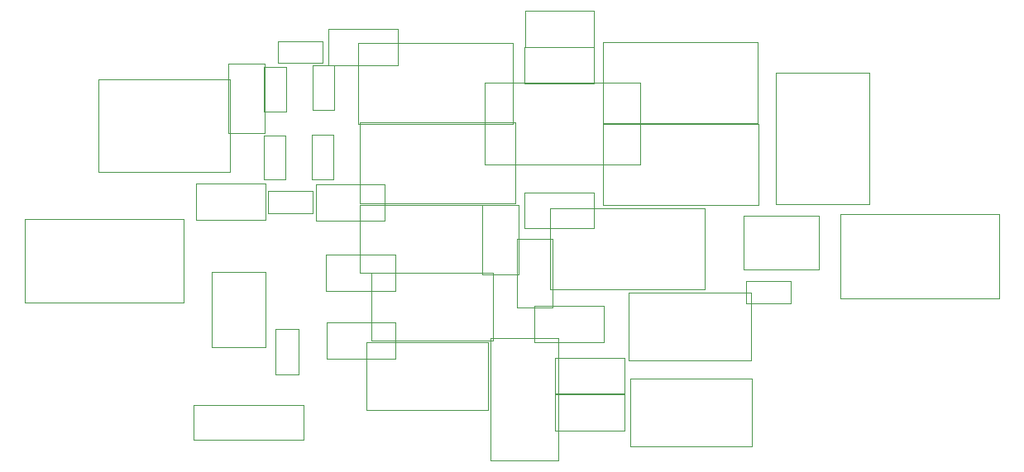
<source format=gbr>
%TF.GenerationSoftware,KiCad,Pcbnew,7.0.1*%
%TF.CreationDate,2023-11-10T11:44:35+00:00*%
%TF.ProjectId,Filter,46696c74-6572-42e6-9b69-6361645f7063,rev?*%
%TF.SameCoordinates,Original*%
%TF.FileFunction,Other,User*%
%FSLAX45Y45*%
G04 Gerber Fmt 4.5, Leading zero omitted, Abs format (unit mm)*
G04 Created by KiCad (PCBNEW 7.0.1) date 2023-11-10 11:44:35*
%MOMM*%
%LPD*%
G01*
G04 APERTURE LIST*
%ADD10C,0.050000*%
G04 APERTURE END LIST*
D10*
%TO.C,L7*%
X14516000Y-8894000D02*
X14516000Y-9592000D01*
X14516000Y-9592000D02*
X15766000Y-9592000D01*
X15766000Y-8894000D02*
X14516000Y-8894000D01*
X15766000Y-9592000D02*
X15766000Y-8894000D01*
%TO.C,L8*%
X15648000Y-8895000D02*
X15648000Y-8197000D01*
X15648000Y-8197000D02*
X14398000Y-8197000D01*
X14398000Y-8895000D02*
X15648000Y-8895000D01*
X14398000Y-8197000D02*
X14398000Y-8895000D01*
%TO.C,R10*%
X13904750Y-7940500D02*
X13904750Y-7484500D01*
X14128750Y-7940500D02*
X13904750Y-7940500D01*
X13904750Y-7484500D02*
X14128750Y-7484500D01*
X14128750Y-7484500D02*
X14128750Y-7940500D01*
%TO.C,C15*%
X13769375Y-9472500D02*
X13769375Y-9932500D01*
X13539375Y-9472500D02*
X13769375Y-9472500D01*
X13769375Y-9932500D02*
X13539375Y-9932500D01*
X13539375Y-9932500D02*
X13539375Y-9472500D01*
%TO.C,C7*%
X16374000Y-8543000D02*
X16004000Y-8543000D01*
X16004000Y-8543000D02*
X16004000Y-9253000D01*
X16374000Y-9253000D02*
X16374000Y-8543000D01*
X16004000Y-9253000D02*
X16374000Y-9253000D01*
%TO.C,R7*%
X14137000Y-6768000D02*
X14137000Y-7224000D01*
X13913000Y-6768000D02*
X14137000Y-6768000D01*
X14137000Y-7224000D02*
X13913000Y-7224000D01*
X13913000Y-7224000D02*
X13913000Y-6768000D01*
%TO.C,J1*%
X10968000Y-9200000D02*
X12598000Y-9200000D01*
X10968000Y-9200000D02*
X10968000Y-8340000D01*
X12598000Y-8340000D02*
X12598000Y-9200000D01*
X12598000Y-8340000D02*
X10968000Y-8340000D01*
%TO.C,C6*%
X13946000Y-7991000D02*
X13946000Y-8361000D01*
X13946000Y-8361000D02*
X14656000Y-8361000D01*
X14656000Y-7991000D02*
X13946000Y-7991000D01*
X14656000Y-8361000D02*
X14656000Y-7991000D01*
%TO.C,C9*%
X14055000Y-8708000D02*
X14055000Y-9078000D01*
X14055000Y-9078000D02*
X14765000Y-9078000D01*
X14765000Y-8708000D02*
X14055000Y-8708000D01*
X14765000Y-9078000D02*
X14765000Y-8708000D01*
%TO.C,C17*%
X18354000Y-8976000D02*
X18814000Y-8976000D01*
X18354000Y-9206000D02*
X18354000Y-8976000D01*
X18814000Y-8976000D02*
X18814000Y-9206000D01*
X18814000Y-9206000D02*
X18354000Y-9206000D01*
%TO.C,C13*%
X16399000Y-9764000D02*
X16399000Y-10134000D01*
X16399000Y-10134000D02*
X17109000Y-10134000D01*
X17109000Y-9764000D02*
X16399000Y-9764000D01*
X17109000Y-10134000D02*
X17109000Y-9764000D01*
%TO.C,U2*%
X19095750Y-8859500D02*
X19095750Y-8309500D01*
X19095750Y-8309500D02*
X18325750Y-8309500D01*
X18325750Y-8859500D02*
X19095750Y-8859500D01*
X18325750Y-8309500D02*
X18325750Y-8859500D01*
%TO.C,C14*%
X16396000Y-10142000D02*
X16396000Y-10512000D01*
X16396000Y-10512000D02*
X17106000Y-10512000D01*
X17106000Y-10142000D02*
X16396000Y-10142000D01*
X17106000Y-10512000D02*
X17106000Y-10142000D01*
%TO.C,T2*%
X19611000Y-6842000D02*
X18661000Y-6842000D01*
X19611000Y-6842000D02*
X19611000Y-8192000D01*
X18661000Y-8192000D02*
X18661000Y-6842000D01*
X18661000Y-8192000D02*
X19611000Y-8192000D01*
%TO.C,C2*%
X14081000Y-6398000D02*
X14081000Y-6768000D01*
X14081000Y-6768000D02*
X14791000Y-6768000D01*
X14791000Y-6398000D02*
X14081000Y-6398000D01*
X14791000Y-6768000D02*
X14791000Y-6398000D01*
%TO.C,R5*%
X13562250Y-6520750D02*
X14018250Y-6520750D01*
X13562250Y-6744750D02*
X13562250Y-6520750D01*
X14018250Y-6520750D02*
X14018250Y-6744750D01*
X14018250Y-6744750D02*
X13562250Y-6744750D01*
%TO.C,J4*%
X20945000Y-8297000D02*
X19315000Y-8297000D01*
X20945000Y-8297000D02*
X20945000Y-9157000D01*
X19315000Y-9157000D02*
X19315000Y-8297000D01*
X19315000Y-9157000D02*
X20945000Y-9157000D01*
%TO.C,L1*%
X14378000Y-6541000D02*
X14378000Y-7371000D01*
X14378000Y-7371000D02*
X15969000Y-7371000D01*
X15969000Y-6541000D02*
X14378000Y-6541000D01*
X15969000Y-7371000D02*
X15969000Y-6541000D01*
%TO.C,L2*%
X15677500Y-6951000D02*
X15677500Y-7781000D01*
X15677500Y-7781000D02*
X17268500Y-7781000D01*
X17268500Y-6951000D02*
X15677500Y-6951000D01*
X17268500Y-7781000D02*
X17268500Y-6951000D01*
%TO.C,C4*%
X16086000Y-6584000D02*
X16086000Y-6954000D01*
X16086000Y-6954000D02*
X16796000Y-6954000D01*
X16796000Y-6584000D02*
X16086000Y-6584000D01*
X16796000Y-6954000D02*
X16796000Y-6584000D01*
%TO.C,J3*%
X13820750Y-10246750D02*
X13820750Y-10601750D01*
X12700750Y-10246750D02*
X13820750Y-10246750D01*
X13820750Y-10601750D02*
X12700750Y-10601750D01*
X12700750Y-10601750D02*
X12700750Y-10246750D01*
%TO.C,C5*%
X12722000Y-7982000D02*
X12722000Y-8352000D01*
X12722000Y-8352000D02*
X13432000Y-8352000D01*
X13432000Y-7982000D02*
X12722000Y-7982000D01*
X13432000Y-8352000D02*
X13432000Y-7982000D01*
%TO.C,C11*%
X16186000Y-9234000D02*
X16186000Y-9604000D01*
X16186000Y-9604000D02*
X16896000Y-9604000D01*
X16896000Y-9234000D02*
X16186000Y-9234000D01*
X16896000Y-9604000D02*
X16896000Y-9234000D01*
%TO.C,T1*%
X13070000Y-7864000D02*
X13070000Y-6914000D01*
X13070000Y-7864000D02*
X11720000Y-7864000D01*
X11720000Y-6914000D02*
X13070000Y-6914000D01*
X11720000Y-6914000D02*
X11720000Y-7864000D01*
%TO.C,L4*%
X14399000Y-7357000D02*
X14399000Y-8187000D01*
X14399000Y-8187000D02*
X15990000Y-8187000D01*
X15990000Y-7357000D02*
X14399000Y-7357000D01*
X15990000Y-8187000D02*
X15990000Y-7357000D01*
%TO.C,C1*%
X13051000Y-7460000D02*
X13421000Y-7460000D01*
X13421000Y-7460000D02*
X13421000Y-6750000D01*
X13051000Y-6750000D02*
X13051000Y-7460000D01*
X13421000Y-6750000D02*
X13051000Y-6750000D01*
%TO.C,C8*%
X16083000Y-8071000D02*
X16083000Y-8441000D01*
X16083000Y-8441000D02*
X16793000Y-8441000D01*
X16793000Y-8071000D02*
X16083000Y-8071000D01*
X16793000Y-8441000D02*
X16793000Y-8071000D01*
%TO.C,C10*%
X15656000Y-8912000D02*
X16026000Y-8912000D01*
X16026000Y-8912000D02*
X16026000Y-8202000D01*
X15656000Y-8202000D02*
X15656000Y-8912000D01*
X16026000Y-8202000D02*
X15656000Y-8202000D01*
%TO.C,R8*%
X13412750Y-7941500D02*
X13412750Y-7485500D01*
X13636750Y-7941500D02*
X13412750Y-7941500D01*
X13412750Y-7485500D02*
X13636750Y-7485500D01*
X13636750Y-7485500D02*
X13636750Y-7941500D01*
%TO.C,L12*%
X17164000Y-9976000D02*
X17164000Y-10674000D01*
X17164000Y-10674000D02*
X18414000Y-10674000D01*
X18414000Y-9976000D02*
X17164000Y-9976000D01*
X18414000Y-10674000D02*
X18414000Y-9976000D01*
%TO.C,L3*%
X16884000Y-6536000D02*
X16884000Y-7366000D01*
X16884000Y-7366000D02*
X18475000Y-7366000D01*
X18475000Y-6536000D02*
X16884000Y-6536000D01*
X18475000Y-7366000D02*
X18475000Y-6536000D01*
%TO.C,L10*%
X14463000Y-9603000D02*
X14463000Y-10301000D01*
X14463000Y-10301000D02*
X15713000Y-10301000D01*
X15713000Y-9603000D02*
X14463000Y-9603000D01*
X15713000Y-10301000D02*
X15713000Y-9603000D01*
%TO.C,R9*%
X13460750Y-8058000D02*
X13916750Y-8058000D01*
X13460750Y-8282000D02*
X13460750Y-8058000D01*
X13916750Y-8058000D02*
X13916750Y-8282000D01*
X13916750Y-8282000D02*
X13460750Y-8282000D01*
%TO.C,L11*%
X16433000Y-9567000D02*
X15735000Y-9567000D01*
X15735000Y-9567000D02*
X15735000Y-10817000D01*
X16433000Y-10817000D02*
X16433000Y-9567000D01*
X15735000Y-10817000D02*
X16433000Y-10817000D01*
%TO.C,C12*%
X14057000Y-9404000D02*
X14057000Y-9774000D01*
X14057000Y-9774000D02*
X14767000Y-9774000D01*
X14767000Y-9404000D02*
X14057000Y-9404000D01*
X14767000Y-9774000D02*
X14767000Y-9404000D01*
%TO.C,R6*%
X13643000Y-6784000D02*
X13643000Y-7240000D01*
X13419000Y-6784000D02*
X13643000Y-6784000D01*
X13643000Y-7240000D02*
X13419000Y-7240000D01*
X13419000Y-7240000D02*
X13419000Y-6784000D01*
%TO.C,C3*%
X16088000Y-6213000D02*
X16088000Y-6583000D01*
X16088000Y-6583000D02*
X16798000Y-6583000D01*
X16798000Y-6213000D02*
X16088000Y-6213000D01*
X16798000Y-6583000D02*
X16798000Y-6213000D01*
%TO.C,L5*%
X16342000Y-8234000D02*
X16342000Y-9064000D01*
X16342000Y-9064000D02*
X17933000Y-9064000D01*
X17933000Y-8234000D02*
X16342000Y-8234000D01*
X17933000Y-9064000D02*
X17933000Y-8234000D01*
%TO.C,L6*%
X16885000Y-7367000D02*
X16885000Y-8197000D01*
X16885000Y-8197000D02*
X18476000Y-8197000D01*
X18476000Y-7367000D02*
X16885000Y-7367000D01*
X18476000Y-8197000D02*
X18476000Y-7367000D01*
%TO.C,L9*%
X17151000Y-9094000D02*
X17151000Y-9792000D01*
X17151000Y-9792000D02*
X18401000Y-9792000D01*
X18401000Y-9094000D02*
X17151000Y-9094000D01*
X18401000Y-9792000D02*
X18401000Y-9094000D01*
%TO.C,U1*%
X13430625Y-8887750D02*
X12880625Y-8887750D01*
X12880625Y-8887750D02*
X12880625Y-9657750D01*
X13430625Y-9657750D02*
X13430625Y-8887750D01*
X12880625Y-9657750D02*
X13430625Y-9657750D01*
%TD*%
M02*

</source>
